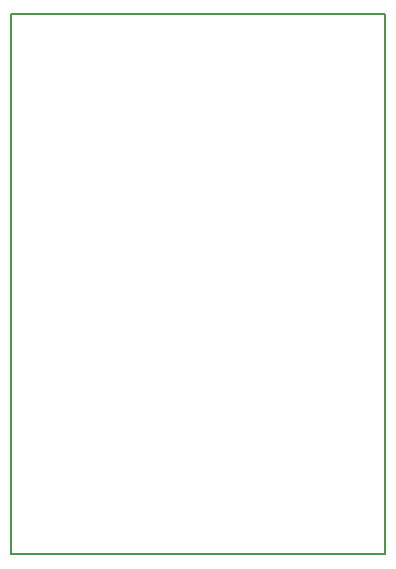
<source format=gko>
G04*
G04 #@! TF.GenerationSoftware,Altium Limited,Altium Designer,23.7.1 (13)*
G04*
G04 Layer_Color=16711935*
%FSLAX25Y25*%
%MOIN*%
G70*
G04*
G04 #@! TF.SameCoordinates,4F80AF1B-0967-4665-A27F-6CB959538459*
G04*
G04*
G04 #@! TF.FilePolarity,Positive*
G04*
G01*
G75*
%ADD11C,0.00787*%
D11*
X15000Y180000D02*
X15000Y0D01*
X139882D01*
X15000Y180000D02*
X139882D01*
X139882Y0D01*
M02*

</source>
